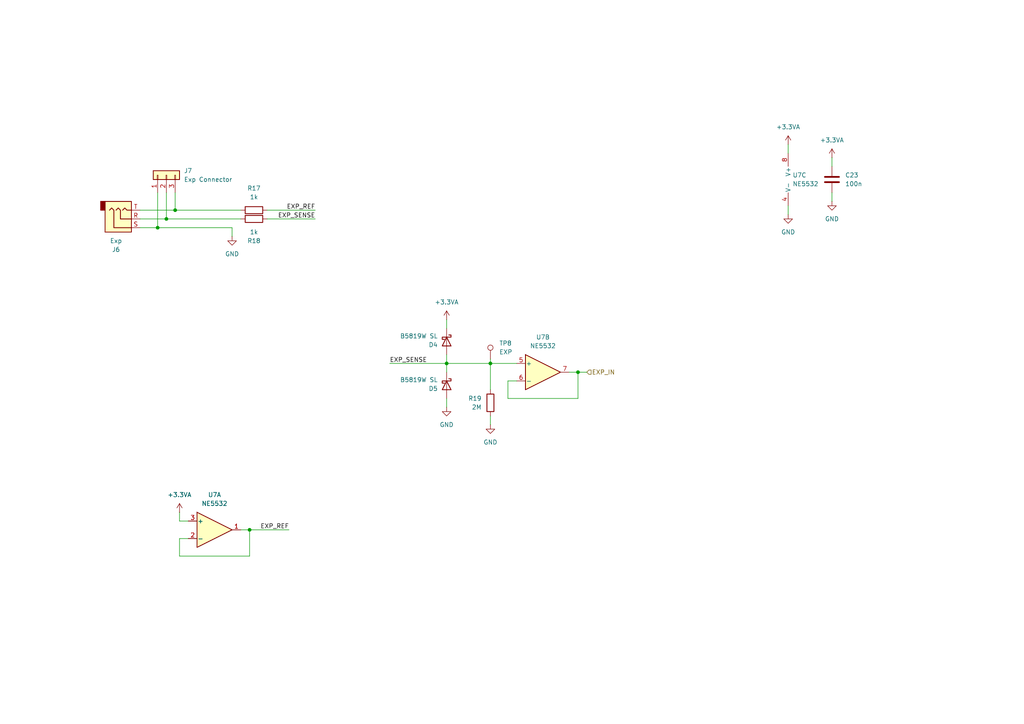
<source format=kicad_sch>
(kicad_sch (version 20250114) (generator "eeschema") (generator_version "9.0")
  (paper "A4")
  (title_block (title "Midi Expressor") (date "2025-12-26") (rev "0.1") (company "Amon Benson"))
  (lib_symbols
    (symbol "Amplifier_Operational:NE5532" (pin_names (offset 0.127))
      (property "Reference" "U" (at 0 5.08 0))
      (property "Value" "NE5532" (at 0 -5.08 0))
      (symbol "NE5532_1_1"
        (polyline (pts (xy -5.08 5.08) (xy 5.08 0) (xy -5.08 -5.08) (xy -5.08 5.08)) (stroke (width 0.254)) (fill (type background)))
        (pin input line (at -7.62 2.54 0) (length 2.54) (name "+") (number "3"))
        (pin input line (at -7.62 -2.54 0) (length 2.54) (name "-") (number "2"))
        (pin output line (at 7.62 0 180) (length 2.54) (name "~") (number "1"))
      )
      (symbol "NE5532_2_1"
        (polyline (pts (xy -5.08 5.08) (xy 5.08 0) (xy -5.08 -5.08) (xy -5.08 5.08)) (stroke (width 0.254)) (fill (type background)))
        (pin input line (at -7.62 2.54 0) (length 2.54) (name "+") (number "5"))
        (pin input line (at -7.62 -2.54 0) (length 2.54) (name "-") (number "6"))
        (pin output line (at 7.62 0 180) (length 2.54) (name "~") (number "7"))
      )
      (symbol "NE5532_3_1"
        (pin power_in line (at -2.54 7.62 270) (length 3.81) (name "V+") (number "8"))
        (pin power_in line (at -2.54 -7.62 90) (length 3.81) (name "V-") (number "4"))
      )
    )
    (symbol "Connector:TestPoint" (pin_numbers (hide yes)) (pin_names (offset 0.762) (hide yes))
      (property "Reference" "TP" (at 0 6.858 0))
      (property "Value" "TestPoint" (at 0 5.08 0))
      (symbol "TestPoint_0_1"
        (circle (center 0 3.302) (radius 0.762))
      )
      (symbol "TestPoint_1_1"
        (pin passive line (at 0 0 90) (length 2.54) (name "1") (number "1"))
      )
    )
    (symbol "Connector_Audio:AudioJack3"
      (property "Reference" "J" (at 0 8.89 0))
      (property "Value" "AudioJack3" (at 0 6.35 0))
      (symbol "AudioJack3_0_1"
        (rectangle (start -5.08 -5.08) (end -6.35 -2.54) (stroke (width 0.254)) (fill (type outline)))
        (polyline (pts (xy -1.905 -2.54) (xy -1.27 -3.175) (xy -0.635 -2.54) (xy -0.635 0) (xy 2.54 0)) (stroke (width 0.254)))
        (polyline (pts (xy 0 -2.54) (xy 0.635 -3.175) (xy 1.27 -2.54) (xy 2.54 -2.54)) (stroke (width 0.254)))
        (rectangle (start 2.54 3.81) (end -5.08 -5.08) (stroke (width 0.254)) (fill (type background)))
        (polyline (pts (xy 2.54 2.54) (xy -2.54 2.54) (xy -2.54 -2.54) (xy -3.175 -3.175) (xy -3.81 -2.54)) (stroke (width 0.254)))
      )
      (symbol "AudioJack3_1_1"
        (pin passive line (at 5.08 2.54 180) (length 2.54) (name "~") (number "S"))
        (pin passive line (at 5.08 0 180) (length 2.54) (name "~") (number "R"))
        (pin passive line (at 5.08 -2.54 180) (length 2.54) (name "~") (number "T"))
      )
    )
    (symbol "Connector_Generic:Conn_01x03" (pin_names (offset 1.016) (hide yes))
      (property "Reference" "J" (at 0 5.08 0))
      (property "Value" "Conn_01x03" (at 0 -5.08 0))
      (symbol "Conn_01x03_1_1"
        (rectangle (start -1.27 3.81) (end 1.27 -3.81) (stroke (width 0.254)) (fill (type background)))
        (rectangle (start -1.27 2.667) (end 0 2.413) (stroke (width 0.1524)))
        (rectangle (start -1.27 0.127) (end 0 -0.127) (stroke (width 0.1524)))
        (rectangle (start -1.27 -2.413) (end 0 -2.667) (stroke (width 0.1524)))
        (pin passive line (at -5.08 2.54 0) (length 3.81) (name "Pin_1") (number "1"))
        (pin passive line (at -5.08 0 0) (length 3.81) (name "Pin_2") (number "2"))
        (pin passive line (at -5.08 -2.54 0) (length 3.81) (name "Pin_3") (number "3"))
      )
    )
    (symbol "Device:C" (pin_numbers (hide yes)) (pin_names (offset 0.254))
      (property "Reference" "C" (at 0.635 2.54 0))
      (property "Value" "C" (at 0.635 -2.54 0))
      (symbol "C_0_1"
        (polyline (pts (xy -2.032 0.762) (xy 2.032 0.762)) (stroke (width 0.508)))
        (polyline (pts (xy -2.032 -0.762) (xy 2.032 -0.762)) (stroke (width 0.508)))
      )
      (symbol "C_1_1"
        (pin passive line (at 0 3.81 270) (length 2.794) (name "~") (number "1"))
        (pin passive line (at 0 -3.81 90) (length 2.794) (name "~") (number "2"))
      )
    )
    (symbol "Device:D_Schottky" (pin_numbers (hide yes)) (pin_names (offset 1.016) (hide yes))
      (property "Reference" "D" (at 0 2.54 0))
      (property "Value" "D_Schottky" (at 0 -2.54 0))
      (symbol "D_Schottky_0_1"
        (polyline (pts (xy -1.905 0.635) (xy -1.905 1.27) (xy -1.27 1.27) (xy -1.27 -1.27) (xy -0.635 -1.27) (xy -0.635 -0.635)) (stroke (width 0.254)))
        (polyline (pts (xy 1.27 1.27) (xy 1.27 -1.27) (xy -1.27 0) (xy 1.27 1.27)) (stroke (width 0.254)))
        (polyline (pts (xy 1.27 0) (xy -1.27 0)))
      )
      (symbol "D_Schottky_1_1"
        (pin passive line (at -3.81 0 0) (length 2.54) (name "K") (number "1"))
        (pin passive line (at 3.81 0 180) (length 2.54) (name "A") (number "2"))
      )
    )
    (symbol "Device:R" (pin_numbers (hide yes)) (pin_names (offset 0))
      (property "Reference" "R" (at 2.032 0 90))
      (property "Value" "R" (at 0 0 90))
      (symbol "R_0_1"
        (rectangle (start -1.016 -2.54) (end 1.016 2.54) (stroke (width 0.254)))
      )
      (symbol "R_1_1"
        (pin passive line (at 0 3.81 270) (length 1.27) (name "~") (number "1"))
        (pin passive line (at 0 -3.81 90) (length 1.27) (name "~") (number "2"))
      )
    )
    (symbol "power:+3.3VA" (power) (pin_numbers (hide yes)) (pin_names (offset 0) (hide yes))
      (property "Value" "+3.3VA" (at 0 3.556 0))
      (symbol "+3.3VA_0_1"
        (polyline (pts (xy -0.762 1.27) (xy 0 2.54)))
        (polyline (pts (xy 0 2.54) (xy 0.762 1.27)))
        (polyline (pts (xy 0 0) (xy 0 2.54)))
      )
      (symbol "+3.3VA_1_1"
        (pin power_in line (at 0 0 90) (length 0) (name "~") (number "1"))
      )
    )
    (symbol "power:GND" (power) (pin_numbers (hide yes)) (pin_names (offset 0) (hide yes))
      (property "Value" "GND" (at 0 -3.81 0))
      (symbol "GND_0_1"
        (polyline (pts (xy 0 0) (xy 0 -1.27) (xy 1.27 -1.27) (xy 0 -2.54) (xy -1.27 -1.27) (xy 0 -1.27)))
      )
      (symbol "GND_1_1"
        (pin power_in line (at 0 0 270) (length 0) (name "~") (number "1"))
      )
    )
  )
  (junction (at 167.64 107.95))
  (junction (at 48.26 63.5))
  (junction (at 142.24 105.41))
  (junction (at 129.54 105.41))
  (junction (at 45.72 66.04))
  (junction (at 72.39 153.67))
  (junction (at 50.8 60.96))
  (wire (pts (xy 170.18 107.95) (xy 167.64 107.95)))
  (wire (pts (xy 52.07 148.59) (xy 52.07 151.13)))
  (wire (pts (xy 142.24 113.03) (xy 142.24 105.41)))
  (wire (pts (xy 149.86 110.49) (xy 147.32 110.49)))
  (wire (pts (xy 129.54 92.71) (xy 129.54 95.25)))
  (wire (pts (xy 77.47 63.5) (xy 91.44 63.5)))
  (wire (pts (xy 40.64 63.5) (xy 48.26 63.5)))
  (wire (pts (xy 72.39 153.67) (xy 83.82 153.67)))
  (wire (pts (xy 72.39 153.67) (xy 69.85 153.67)))
  (wire (pts (xy 129.54 105.41) (xy 129.54 107.95)))
  (wire (pts (xy 45.72 66.04) (xy 67.31 66.04)))
  (wire (pts (xy 147.32 115.57) (xy 167.64 115.57)))
  (wire (pts (xy 48.26 63.5) (xy 69.85 63.5)))
  (wire (pts (xy 45.72 55.88) (xy 45.72 66.04)))
  (wire (pts (xy 129.54 102.87) (xy 129.54 105.41)))
  (wire (pts (xy 228.6 62.23) (xy 228.6 59.69)))
  (wire (pts (xy 52.07 151.13) (xy 54.61 151.13)))
  (wire (pts (xy 129.54 105.41) (xy 142.24 105.41)))
  (wire (pts (xy 50.8 55.88) (xy 50.8 60.96)))
  (wire (pts (xy 241.3 45.72) (xy 241.3 48.26)))
  (wire (pts (xy 48.26 55.88) (xy 48.26 63.5)))
  (wire (pts (xy 54.61 156.21) (xy 52.07 156.21)))
  (wire (pts (xy 67.31 66.04) (xy 67.31 68.58)))
  (wire (pts (xy 52.07 161.29) (xy 72.39 161.29)))
  (wire (pts (xy 142.24 120.65) (xy 142.24 123.19)))
  (wire (pts (xy 113.03 105.41) (xy 129.54 105.41)))
  (wire (pts (xy 40.64 66.04) (xy 45.72 66.04)))
  (wire (pts (xy 77.47 60.96) (xy 91.44 60.96)))
  (wire (pts (xy 52.07 156.21) (xy 52.07 161.29)))
  (wire (pts (xy 228.6 41.91) (xy 228.6 44.45)))
  (wire (pts (xy 142.24 105.41) (xy 149.86 105.41)))
  (wire (pts (xy 142.24 104.14) (xy 142.24 105.41)))
  (wire (pts (xy 167.64 107.95) (xy 165.1 107.95)))
  (wire (pts (xy 129.54 115.57) (xy 129.54 118.11)))
  (wire (pts (xy 72.39 161.29) (xy 72.39 153.67)))
  (wire (pts (xy 241.3 58.42) (xy 241.3 55.88)))
  (wire (pts (xy 50.8 60.96) (xy 69.85 60.96)))
  (wire (pts (xy 147.32 110.49) (xy 147.32 115.57)))
  (wire (pts (xy 40.64 60.96) (xy 50.8 60.96)))
  (wire (pts (xy 167.64 115.57) (xy 167.64 107.95)))
  (label "EXP_REF" (at 83.82 153.67 180))
  (label "EXP_SENSE" (at 91.44 63.5 180))
  (label "EXP_REF" (at 91.44 60.96 180))
  (label "EXP_SENSE" (at 113.03 105.41 0))
  (hierarchical_label "EXP_IN" (shape input) (at 170.18 107.95 0))
  (symbol (lib_id "power:+3.3VA") (at 52.07 148.59 0) (unit 1)
    (property "Reference" "#PWR0153" (effects (hide yes)))
    (property "Value" "+3.3VA" (at 52.07 143.51 0))
    (property "Description" "Power symbol creates a global label with name \"+3.3VA\"" (effects (hide yes)))
    (instances (project "Midi Expressor" (path "" (reference "#PWR0153") (unit 1)) (path "" (reference "#PWR0180") (unit 1)) (path "" (reference "#PWR0162") (unit 1)) (path "" (reference "#PWR0171") (unit 1))))
  )
  (symbol (lib_id "Connector_Generic:Conn_01x03") (at 48.26 50.8 90) (unit 1)
    (property "Reference" "J7" (at 53.34 49.5299 90) (effects (justify right)))
    (property "Value" "Exp Connector" (at 53.34 52.0699 90) (effects (justify right)))
    (property "Footprint" "Connector_PinHeader_2.54mm:PinHeader_1x03_P2.54mm_Vertical" (effects (hide yes)))
    (property "Description" "Generic connector, single row, 01x03, script generated (kicad-library-utils/schlib/autogen/connector/)" (effects (hide yes)))
    (instances (project "" (path "" (reference "J7") (unit 1)) (path "" (reference "J13") (unit 1)) (path "" (reference "J9") (unit 1)) (path "" (reference "J11") (unit 1))))
  )
  (symbol (lib_id "power:GND") (at 129.54 118.11 0) (unit 1)
    (property "Reference" "#PWR0155" (effects (hide yes)))
    (property "Value" "GND" (at 129.54 123.19 0))
    (property "Description" "Power symbol creates a global label with name \"GND\" , ground" (effects (hide yes)))
    (instances (project "Midi Expressor" (path "" (reference "#PWR0155") (unit 1)) (path "" (reference "#PWR0182") (unit 1)) (path "" (reference "#PWR0164") (unit 1)) (path "" (reference "#PWR0173") (unit 1))))
  )
  (symbol (lib_id "power:GND") (at 228.6 62.23 0) (unit 1)
    (property "Reference" "#PWR0160" (effects (hide yes)))
    (property "Value" "GND" (at 228.6 67.31 0))
    (property "Description" "Power symbol creates a global label with name \"GND\" , ground" (effects (hide yes)))
    (instances (project "Midi Expressor" (path "" (reference "#PWR0160") (unit 1)) (path "" (reference "#PWR0187") (unit 1)) (path "" (reference "#PWR0169") (unit 1)) (path "" (reference "#PWR0178") (unit 1))))
  )
  (symbol (lib_id "power:+3.3VA") (at 228.6 41.91 0) (unit 1)
    (property "Reference" "#PWR0158" (effects (hide yes)))
    (property "Value" "+3.3VA" (at 228.6 36.83 0))
    (property "Description" "Power symbol creates a global label with name \"+3.3VA\"" (effects (hide yes)))
    (instances (project "Midi Expressor" (path "" (reference "#PWR0158") (unit 1)) (path "" (reference "#PWR0185") (unit 1)) (path "" (reference "#PWR0167") (unit 1)) (path "" (reference "#PWR0176") (unit 1))))
  )
  (symbol (lib_id "power:+3.3VA") (at 129.54 92.71 0) (unit 1)
    (property "Reference" "#PWR0154" (effects (hide yes)))
    (property "Value" "+3.3VA" (at 129.54 87.63 0))
    (property "Description" "Power symbol creates a global label with name \"+3.3VA\"" (effects (hide yes)))
    (instances (project "Midi Expressor" (path "" (reference "#PWR0154") (unit 1)) (path "" (reference "#PWR0181") (unit 1)) (path "" (reference "#PWR0163") (unit 1)) (path "" (reference "#PWR0172") (unit 1))))
  )
  (symbol (lib_id "Connector_Audio:AudioJack3") (at 35.56 63.5 0) (mirror x) (unit 1) (in_bom no) (on_board no)
    (property "Reference" "J6" (at 33.655 72.39 0))
    (property "Value" "Exp" (at 33.655 69.85 0))
    (property "Description" "Audio Jack, 3 Poles (Stereo / TRS)" (effects (hide yes)))
    (instances (project "Midi Expressor" (path "" (reference "J6") (unit 1)) (path "" (reference "J12") (unit 1)) (path "" (reference "J8") (unit 1)) (path "" (reference "J10") (unit 1))))
  )
  (symbol (lib_id "Amplifier_Operational:NE5532") (at 231.14 52.07 0) (unit 3)
    (property "Reference" "U7" (at 229.87 50.7999 0) (effects (justify left)))
    (property "Value" "NE5532" (at 229.87 53.3399 0) (effects (justify left)))
    (property "Footprint" "NE5532DR:NE5532DR" (effects (hide yes)))
    (property "Datasheet" "http://www.ti.com/lit/ds/symlink/ne5532.pdf" (effects (hide yes)))
    (property "Description" "Dual Low-Noise Operational Amplifiers, DIP-8/SOIC-8" (effects (hide yes)))
    (instances (project "Midi Expressor" (path "" (reference "U7") (unit 3)) (path "" (reference "U10") (unit 3)) (path "" (reference "U8") (unit 3)) (path "" (reference "U9") (unit 3))))
  )
  (symbol (lib_id "Amplifier_Operational:NE5532") (at 157.48 107.95 0) (unit 2)
    (property "Reference" "U7" (at 157.48 97.79 0))
    (property "Value" "NE5532" (at 157.48 100.33 0))
    (property "Footprint" "NE5532DR:NE5532DR" (effects (hide yes)))
    (property "Datasheet" "http://www.ti.com/lit/ds/symlink/ne5532.pdf" (effects (hide yes)))
    (property "Description" "Dual Low-Noise Operational Amplifiers, DIP-8/SOIC-8" (effects (hide yes)))
    (instances (project "Midi Expressor" (path "" (reference "U7") (unit 2)) (path "" (reference "U10") (unit 2)) (path "" (reference "U8") (unit 2)) (path "" (reference "U9") (unit 2))))
  )
  (symbol (lib_id "Device:D_Schottky") (at 129.54 99.06 270) (unit 1)
    (property "Reference" "D4" (at 127 100.0126 90) (effects (justify right)))
    (property "Value" "B5819W SL" (at 127 97.4726 90) (effects (justify right)))
    (property "Footprint" "Diode_SMD:D_SOD-123" (effects (hide yes)))
    (property "Description" "Schottky diode" (effects (hide yes)))
    (instances (project "Midi Expressor" (path "" (reference "D4") (unit 1)) (path "" (reference "D10") (unit 1)) (path "" (reference "D6") (unit 1)) (path "" (reference "D8") (unit 1))))
  )
  (symbol (lib_id "Connector:TestPoint") (at 142.24 104.14 0) (unit 1)
    (property "Reference" "TP8" (at 144.78 99.5679 0) (effects (justify left)))
    (property "Value" "EXP" (at 144.78 102.1079 0) (effects (justify left)))
    (property "Footprint" "TestPoint:TestPoint_Pad_D2.0mm" (effects (hide yes)))
    (property "Description" "test point" (effects (hide yes)))
    (instances (project "Midi Expressor" (path "" (reference "TP8") (unit 1)) (path "" (reference "TP11") (unit 1)) (path "" (reference "TP9") (unit 1)) (path "" (reference "TP10") (unit 1))))
  )
  (symbol (lib_id "Device:R") (at 142.24 116.84 0) (unit 1)
    (property "Reference" "R19" (at 139.7 115.5699 0) (effects (justify right)))
    (property "Value" "2M" (at 139.7 118.1099 0) (effects (justify right)))
    (property "Footprint" "Resistor_SMD:R_0603_1608Metric" (effects (hide yes)))
    (property "Description" "Resistor" (effects (hide yes)))
    (instances (project "Midi Expressor" (path "" (reference "R19") (unit 1)) (path "" (reference "R28") (unit 1)) (path "" (reference "R22") (unit 1)) (path "" (reference "R25") (unit 1))))
  )
  (symbol (lib_id "power:GND") (at 67.31 68.58 0) (unit 1)
    (property "Reference" "#PWR0152" (effects (hide yes)))
    (property "Value" "GND" (at 67.31 73.66 0))
    (property "Description" "Power symbol creates a global label with name \"GND\" , ground" (effects (hide yes)))
    (instances (project "Midi Expressor" (path "" (reference "#PWR0152") (unit 1)) (path "" (reference "#PWR0179") (unit 1)) (path "" (reference "#PWR0161") (unit 1)) (path "" (reference "#PWR0170") (unit 1))))
  )
  (symbol (lib_id "Device:R") (at 73.66 63.5 90) (mirror x) (unit 1)
    (property "Reference" "R18" (at 73.66 69.85 90))
    (property "Value" "1k" (at 73.66 67.31 90))
    (property "Footprint" "Resistor_SMD:R_0603_1608Metric" (effects (hide yes)))
    (property "Description" "Resistor" (effects (hide yes)))
    (instances (project "Midi Expressor" (path "" (reference "R18") (unit 1)) (path "" (reference "R27") (unit 1)) (path "" (reference "R21") (unit 1)) (path "" (reference "R24") (unit 1))))
  )
  (symbol (lib_id "power:GND") (at 241.3 58.42 0) (unit 1)
    (property "Reference" "#PWR0159" (effects (hide yes)))
    (property "Value" "GND" (at 241.3 63.5 0))
    (property "Description" "Power symbol creates a global label with name \"GND\" , ground" (effects (hide yes)))
    (instances (project "Midi Expressor" (path "" (reference "#PWR0159") (unit 1)) (path "" (reference "#PWR0186") (unit 1)) (path "" (reference "#PWR0168") (unit 1)) (path "" (reference "#PWR0177") (unit 1))))
  )
  (symbol (lib_id "Device:C") (at 241.3 52.07 0) (unit 1)
    (property "Reference" "C23" (at 245.11 50.7999 0) (effects (justify left)))
    (property "Value" "100n" (at 245.11 53.3399 0) (effects (justify left)))
    (property "Footprint" "Capacitor_SMD:C_0603_1608Metric" (effects (hide yes)))
    (property "Description" "Unpolarized capacitor" (effects (hide yes)))
    (instances (project "Midi Expressor" (path "" (reference "C23") (unit 1)) (path "" (reference "C26") (unit 1)) (path "" (reference "C24") (unit 1)) (path "" (reference "C25") (unit 1))))
  )
  (symbol (lib_id "Device:D_Schottky") (at 129.54 111.76 270) (unit 1)
    (property "Reference" "D5" (at 127 112.7126 90) (effects (justify right)))
    (property "Value" "B5819W SL" (at 127 110.1726 90) (effects (justify right)))
    (property "Footprint" "Diode_SMD:D_SOD-123" (effects (hide yes)))
    (property "Description" "Schottky diode" (effects (hide yes)))
    (instances (project "Midi Expressor" (path "" (reference "D5") (unit 1)) (path "" (reference "D11") (unit 1)) (path "" (reference "D7") (unit 1)) (path "" (reference "D9") (unit 1))))
  )
  (symbol (lib_id "Amplifier_Operational:NE5532") (at 62.23 153.67 0) (unit 1)
    (property "Reference" "U7" (at 62.23 143.51 0))
    (property "Value" "NE5532" (at 62.23 146.05 0))
    (property "Footprint" "NE5532DR:NE5532DR" (effects (hide yes)))
    (property "Datasheet" "http://www.ti.com/lit/ds/symlink/ne5532.pdf" (effects (hide yes)))
    (property "Description" "Dual Low-Noise Operational Amplifiers, DIP-8/SOIC-8" (effects (hide yes)))
    (instances (project "Midi Expressor" (path "" (reference "U7") (unit 1)) (path "" (reference "U10") (unit 1)) (path "" (reference "U8") (unit 1)) (path "" (reference "U9") (unit 1))))
  )
  (symbol (lib_id "power:+3.3VA") (at 241.3 45.72 0) (unit 1)
    (property "Reference" "#PWR0157" (effects (hide yes)))
    (property "Value" "+3.3VA" (at 241.3 40.64 0))
    (property "Description" "Power symbol creates a global label with name \"+3.3VA\"" (effects (hide yes)))
    (instances (project "Midi Expressor" (path "" (reference "#PWR0157") (unit 1)) (path "" (reference "#PWR0184") (unit 1)) (path "" (reference "#PWR0166") (unit 1)) (path "" (reference "#PWR0175") (unit 1))))
  )
  (symbol (lib_id "Device:R") (at 73.66 60.96 90) (unit 1)
    (property "Reference" "R17" (at 73.66 54.61 90))
    (property "Value" "1k" (at 73.66 57.15 90))
    (property "Footprint" "Resistor_SMD:R_0603_1608Metric" (effects (hide yes)))
    (property "Description" "Resistor" (effects (hide yes)))
    (instances (project "Midi Expressor" (path "" (reference "R17") (unit 1)) (path "" (reference "R26") (unit 1)) (path "" (reference "R20") (unit 1)) (path "" (reference "R23") (unit 1))))
  )
  (symbol (lib_id "power:GND") (at 142.24 123.19 0) (unit 1)
    (property "Reference" "#PWR0156" (effects (hide yes)))
    (property "Value" "GND" (at 142.24 128.27 0))
    (property "Description" "Power symbol creates a global label with name \"GND\" , ground" (effects (hide yes)))
    (instances (project "Midi Expressor" (path "" (reference "#PWR0156") (unit 1)) (path "" (reference "#PWR0183") (unit 1)) (path "" (reference "#PWR0165") (unit 1)) (path "" (reference "#PWR0174") (unit 1))))
  )
)
</source>
